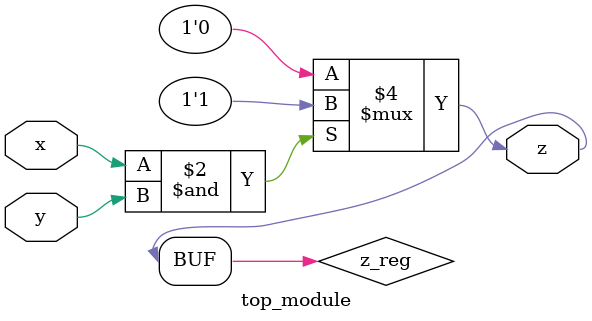
<source format=sv>
module top_module(
	input x,
	input y,
	output z);

	reg z_reg;

	always @(x or y) begin
		if (x & y)
			z_reg <= 1;
		else
			z_reg <= 0;
	end
	
	assign z = z_reg;

endmodule

</source>
